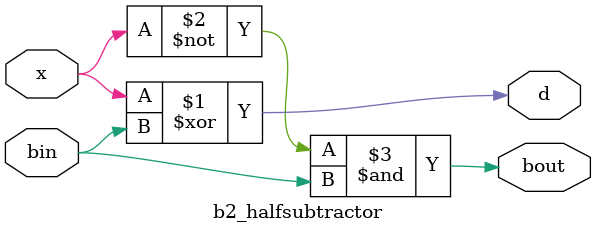
<source format=v>

module b2_halfsubtractor(x, bin, d, bout);
	input x, bin;
	output d, bout;

	assign d = x ^ bin;
	assign bout = ~x & bin;
endmodule

</source>
